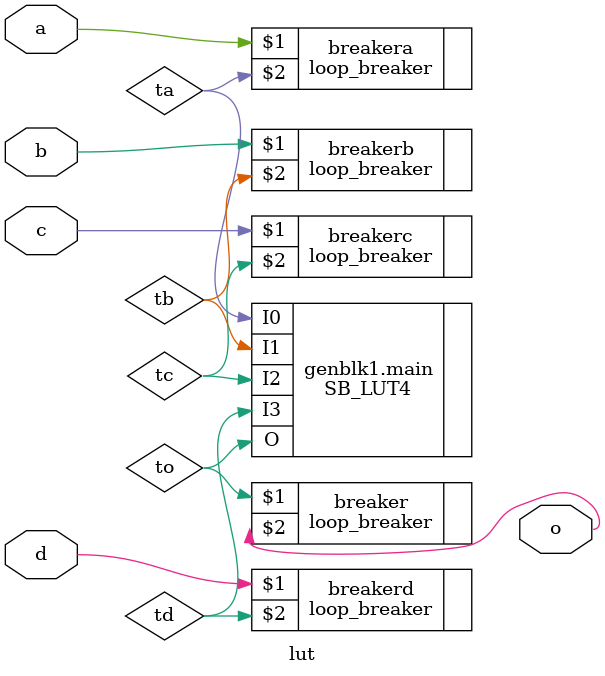
<source format=sv>
`ifndef __lut

`include "loop_breaker.sv"

`define IA 16'b1111_1111_0000_0000
`define IB 16'b1111_0000_1111_0000
`define IC 16'b1100_1100_1100_1100
`define ID 16'b1010_1010_1010_1010

(* keep_hierarchy *)
module lut #(
    parameter [15:0] LUT = 16'b0,
    parameter NATIVE = 1'b1
  ) (
  input d, c, b, a,
  output o);


`ifdef SIMULATION
  // from ice40/cells_sim.v
  wire [7:0] s3 = d ?   LUT[15:8] :   LUT[7:0];
  wire [3:0] s2 = c ?   s3[ 7:4]  :   s3[3:0];
  wire [1:0] s1 = b ?   s2[ 3:2]  :   s2[1:0];
  assign o      = a ?   s1[1]     :   s1[0];

`endif


`ifdef SYNTHESIS
  wire ta, tb, tc, td;
  wire to;

  loop_breaker breakera (a, ta);
  loop_breaker breakerb (b, tb);
  loop_breaker breakerc (c, tc);
  loop_breaker breakerd (d, td);

  if (NATIVE) begin
    SB_LUT4 #(.LUT_INIT(LUT)) main (.O(to),
              .I0(ta), .I1(tb), .I2(tc), .I3(td));
  end
  else begin
    \$lut #(.WIDTH(4), .LUT(LUT)) main (.A({d, c, b, a}), .Y(to));
  end

  loop_breaker breaker (to, o);
`endif

`ifdef SIMULATION
  // ice40 up5k timing
  specify
        // https://github.com/cliffordwolf/icestorm/blob/be0bca0230d6fe1102e0a360b953fbb0d273a39f/icefuzz/timings_up5k.txt#L92
        (a => o) = (1245, 1285);
        // https://github.com/cliffordwolf/icestorm/blob/be0bca0230d6fe1102e0a360b953fbb0d273a39f/icefuzz/timings_up5k.txt#L95
        (b => o) = (1179, 1232);
        // https://github.com/cliffordwolf/icestorm/blob/be0bca0230d6fe1102e0a360b953fbb0d273a39f/icefuzz/timings_up5k.txt#L98
        (c => o) = (1179, 1205);
        // https://github.com/cliffordwolf/icestorm/blob/be0bca0230d6fe1102e0a360b953fbb0d273a39f/icefuzz/timings_up5k.txt#L100
        (d => o) = (861, 874);
  endspecify
`endif

endmodule

`define __lut
`endif

</source>
